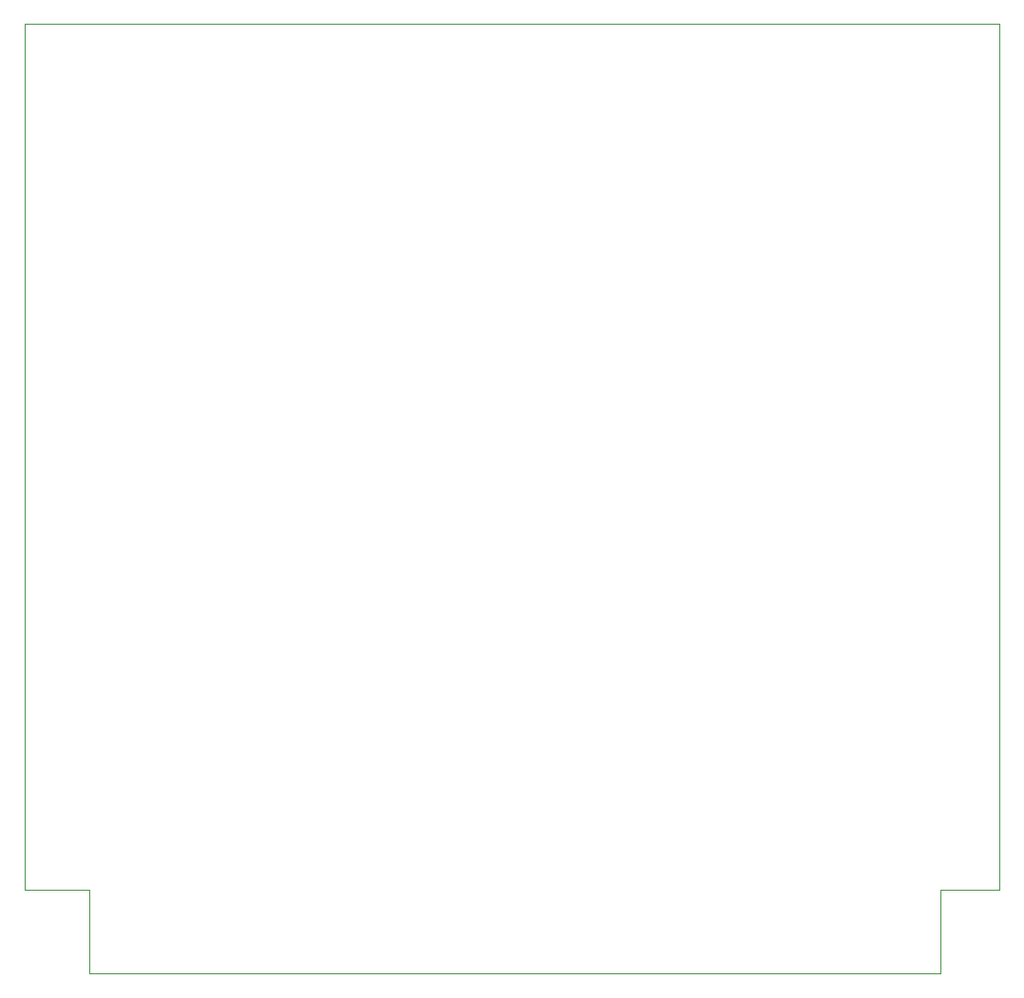
<source format=gbr>
G04 #@! TF.GenerationSoftware,KiCad,Pcbnew,(5.1.5)-3*
G04 #@! TF.CreationDate,2020-09-13T19:19:07-07:00*
G04 #@! TF.ProjectId,rk86kngmd,726b3836-6b6e-4676-9d64-2e6b69636164,rev?*
G04 #@! TF.SameCoordinates,Original*
G04 #@! TF.FileFunction,Profile,NP*
%FSLAX46Y46*%
G04 Gerber Fmt 4.6, Leading zero omitted, Abs format (unit mm)*
G04 Created by KiCad (PCBNEW (5.1.5)-3) date 2020-09-13 19:19:07*
%MOMM*%
%LPD*%
G04 APERTURE LIST*
%ADD10C,0.100000*%
G04 APERTURE END LIST*
D10*
X124399500Y-125494500D02*
X124399500Y-133000000D01*
X129670000Y-125500000D02*
X129670000Y-48342000D01*
X124399500Y-125500000D02*
X129670000Y-125500000D01*
X129670000Y-48342000D02*
X42802000Y-48342000D01*
X42802000Y-48342000D02*
X42802000Y-125500000D01*
X124399500Y-133000000D02*
X48500000Y-133000000D01*
X42802000Y-125500000D02*
X48500000Y-125500000D01*
X48500000Y-125500000D02*
X48500000Y-133000000D01*
M02*

</source>
